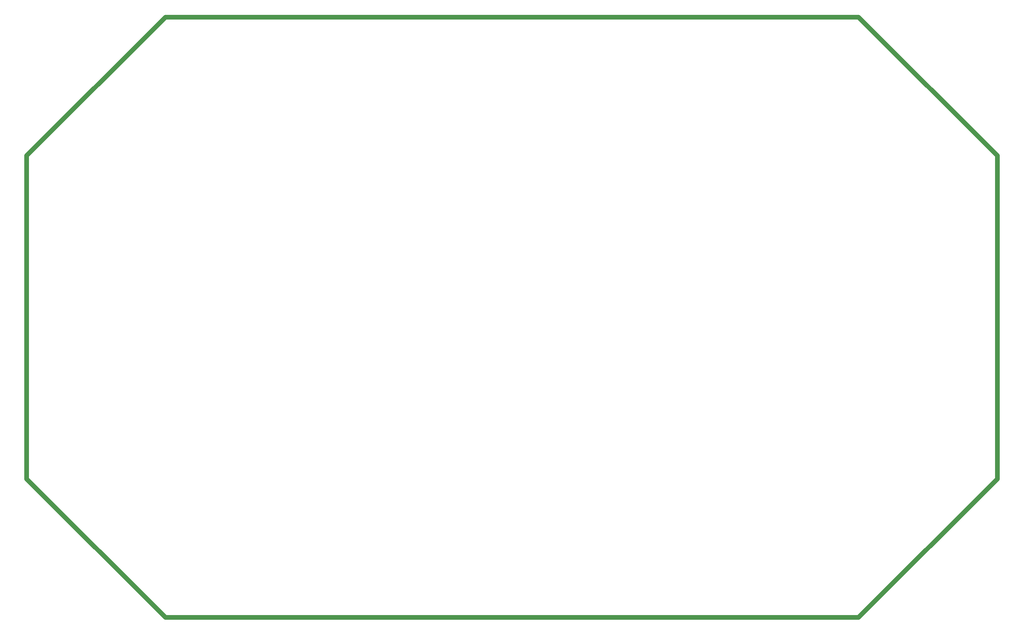
<source format=gbr>
%TF.GenerationSoftware,KiCad,Pcbnew,(5.1.9-0-10_14)*%
%TF.CreationDate,2021-03-10T15:44:04+00:00*%
%TF.ProjectId,base8x,62617365-3878-42e6-9b69-6361645f7063,rev?*%
%TF.SameCoordinates,Original*%
%TF.FileFunction,Profile,NP*%
%FSLAX46Y46*%
G04 Gerber Fmt 4.6, Leading zero omitted, Abs format (unit mm)*
G04 Created by KiCad (PCBNEW (5.1.9-0-10_14)) date 2021-03-10 15:44:04*
%MOMM*%
%LPD*%
G01*
G04 APERTURE LIST*
%TA.AperFunction,Profile*%
%ADD10C,1.000000*%
%TD*%
G04 APERTURE END LIST*
D10*
X-180000000Y0D02*
X-150000000Y-30000000D01*
X-360000000Y-100000000D02*
X-330000000Y-130000000D01*
X-330000000Y0D02*
X-360000000Y-30000000D01*
X-360000000Y-30000000D02*
X-360000000Y-100000000D01*
X-150000000Y-100000000D02*
X-180000000Y-130000000D01*
X-150000000Y-30000000D02*
X-150000000Y-100000000D01*
X-330000000Y0D02*
X-180000000Y0D01*
X-330000000Y-130000000D02*
X-180000000Y-130000000D01*
M02*

</source>
